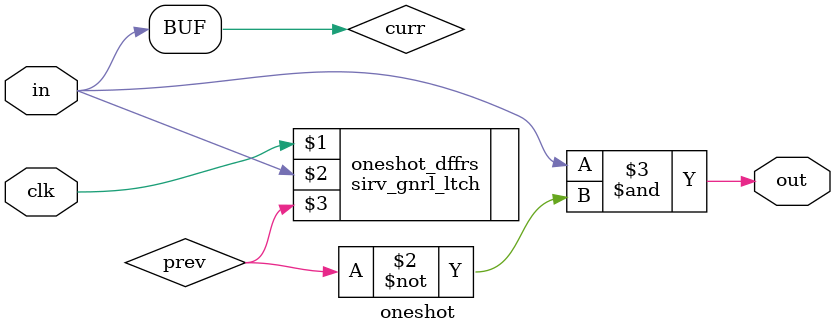
<source format=v>
module oneshot (
  output out,
  input in,
  input clk
);

  wire curr;
  wire prev;

  assign out = (curr == 1'b1) & (prev == 1'b0);

  assign curr = in;
  sirv_gnrl_ltch #(1) oneshot_dffrs (clk, curr, prev);

endmodule
</source>
